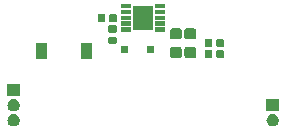
<source format=gbr>
G04 #@! TF.GenerationSoftware,KiCad,Pcbnew,(5.1.4)-1*
G04 #@! TF.CreationDate,2020-07-29T22:37:46-07:00*
G04 #@! TF.ProjectId,Kicad LED Rings_Circular_final_V2,4b696361-6420-44c4-9544-2052696e6773,rev?*
G04 #@! TF.SameCoordinates,Original*
G04 #@! TF.FileFunction,Soldermask,Top*
G04 #@! TF.FilePolarity,Negative*
%FSLAX46Y46*%
G04 Gerber Fmt 4.6, Leading zero omitted, Abs format (unit mm)*
G04 Created by KiCad (PCBNEW (5.1.4)-1) date 2020-07-29 22:37:46*
%MOMM*%
%LPD*%
G04 APERTURE LIST*
%ADD10C,0.100000*%
G04 APERTURE END LIST*
D10*
G36*
X98762676Y-75306102D02*
G01*
X98861715Y-75336145D01*
X98952989Y-75384932D01*
X99032991Y-75450589D01*
X99098648Y-75530591D01*
X99147435Y-75621865D01*
X99177478Y-75720904D01*
X99187622Y-75823900D01*
X99177478Y-75926896D01*
X99147435Y-76025935D01*
X99098648Y-76117209D01*
X99032991Y-76197211D01*
X98952989Y-76262868D01*
X98861715Y-76311655D01*
X98762676Y-76341698D01*
X98685490Y-76349300D01*
X98633870Y-76349300D01*
X98556684Y-76341698D01*
X98457645Y-76311655D01*
X98366371Y-76262868D01*
X98286369Y-76197211D01*
X98220712Y-76117209D01*
X98171925Y-76025935D01*
X98141882Y-75926896D01*
X98131738Y-75823900D01*
X98141882Y-75720904D01*
X98171925Y-75621865D01*
X98220712Y-75530591D01*
X98286369Y-75450589D01*
X98366371Y-75384932D01*
X98457645Y-75336145D01*
X98556684Y-75306102D01*
X98633870Y-75298500D01*
X98685490Y-75298500D01*
X98762676Y-75306102D01*
X98762676Y-75306102D01*
G37*
G36*
X120694576Y-75305622D02*
G01*
X120793615Y-75335665D01*
X120884889Y-75384452D01*
X120964891Y-75450109D01*
X121030548Y-75530111D01*
X121079335Y-75621385D01*
X121109378Y-75720424D01*
X121119522Y-75823420D01*
X121109378Y-75926416D01*
X121079335Y-76025455D01*
X121030548Y-76116729D01*
X120964891Y-76196731D01*
X120884889Y-76262388D01*
X120793615Y-76311175D01*
X120694576Y-76341218D01*
X120617390Y-76348820D01*
X120565770Y-76348820D01*
X120488584Y-76341218D01*
X120389545Y-76311175D01*
X120298271Y-76262388D01*
X120218269Y-76196731D01*
X120152612Y-76116729D01*
X120103825Y-76025455D01*
X120073782Y-75926416D01*
X120063638Y-75823420D01*
X120073782Y-75720424D01*
X120103825Y-75621385D01*
X120152612Y-75530111D01*
X120218269Y-75450109D01*
X120298271Y-75384452D01*
X120389545Y-75335665D01*
X120488584Y-75305622D01*
X120565770Y-75298020D01*
X120617390Y-75298020D01*
X120694576Y-75305622D01*
X120694576Y-75305622D01*
G37*
G36*
X98762676Y-74036102D02*
G01*
X98861715Y-74066145D01*
X98952989Y-74114932D01*
X99032991Y-74180589D01*
X99098648Y-74260591D01*
X99147435Y-74351865D01*
X99177478Y-74450904D01*
X99187622Y-74553900D01*
X99177478Y-74656896D01*
X99147435Y-74755935D01*
X99098648Y-74847209D01*
X99032991Y-74927211D01*
X98952989Y-74992868D01*
X98861715Y-75041655D01*
X98762676Y-75071698D01*
X98685490Y-75079300D01*
X98633870Y-75079300D01*
X98556684Y-75071698D01*
X98457645Y-75041655D01*
X98366371Y-74992868D01*
X98286369Y-74927211D01*
X98220712Y-74847209D01*
X98171925Y-74755935D01*
X98141882Y-74656896D01*
X98131738Y-74553900D01*
X98141882Y-74450904D01*
X98171925Y-74351865D01*
X98220712Y-74260591D01*
X98286369Y-74180589D01*
X98366371Y-74114932D01*
X98457645Y-74066145D01*
X98556684Y-74036102D01*
X98633870Y-74028500D01*
X98685490Y-74028500D01*
X98762676Y-74036102D01*
X98762676Y-74036102D01*
G37*
G36*
X121116980Y-75078820D02*
G01*
X120066180Y-75078820D01*
X120066180Y-74028020D01*
X121116980Y-74028020D01*
X121116980Y-75078820D01*
X121116980Y-75078820D01*
G37*
G36*
X99185080Y-73809300D02*
G01*
X98134280Y-73809300D01*
X98134280Y-72758500D01*
X99185080Y-72758500D01*
X99185080Y-73809300D01*
X99185080Y-73809300D01*
G37*
G36*
X101508900Y-70611760D02*
G01*
X100558100Y-70611760D01*
X100558100Y-69260960D01*
X101508900Y-69260960D01*
X101508900Y-70611760D01*
X101508900Y-70611760D01*
G37*
G36*
X105308900Y-70611760D02*
G01*
X104358100Y-70611760D01*
X104358100Y-69260960D01*
X105308900Y-69260960D01*
X105308900Y-70611760D01*
X105308900Y-70611760D01*
G37*
G36*
X116355750Y-69890971D02*
G01*
X116380988Y-69898627D01*
X116404255Y-69911063D01*
X116424644Y-69927796D01*
X116441377Y-69948185D01*
X116453813Y-69971452D01*
X116461469Y-69996690D01*
X116464300Y-70025431D01*
X116464300Y-70441649D01*
X116461469Y-70470390D01*
X116453813Y-70495628D01*
X116441377Y-70518895D01*
X116424644Y-70539284D01*
X116404255Y-70556017D01*
X116380988Y-70568453D01*
X116355750Y-70576109D01*
X116327009Y-70578940D01*
X115960791Y-70578940D01*
X115932050Y-70576109D01*
X115906812Y-70568453D01*
X115883545Y-70556017D01*
X115863156Y-70539284D01*
X115846423Y-70518895D01*
X115833987Y-70495628D01*
X115826331Y-70470390D01*
X115823500Y-70441649D01*
X115823500Y-70025431D01*
X115826331Y-69996690D01*
X115833987Y-69971452D01*
X115846423Y-69948185D01*
X115863156Y-69927796D01*
X115883545Y-69911063D01*
X115906812Y-69898627D01*
X115932050Y-69890971D01*
X115960791Y-69888140D01*
X116327009Y-69888140D01*
X116355750Y-69890971D01*
X116355750Y-69890971D01*
G37*
G36*
X115385750Y-69890971D02*
G01*
X115410988Y-69898627D01*
X115434255Y-69911063D01*
X115454644Y-69927796D01*
X115471377Y-69948185D01*
X115483813Y-69971452D01*
X115491469Y-69996690D01*
X115494300Y-70025431D01*
X115494300Y-70441649D01*
X115491469Y-70470390D01*
X115483813Y-70495628D01*
X115471377Y-70518895D01*
X115454644Y-70539284D01*
X115434255Y-70556017D01*
X115410988Y-70568453D01*
X115385750Y-70576109D01*
X115357009Y-70578940D01*
X114990791Y-70578940D01*
X114962050Y-70576109D01*
X114936812Y-70568453D01*
X114913545Y-70556017D01*
X114893156Y-70539284D01*
X114876423Y-70518895D01*
X114863987Y-70495628D01*
X114856331Y-70470390D01*
X114853500Y-70441649D01*
X114853500Y-70025431D01*
X114856331Y-69996690D01*
X114863987Y-69971452D01*
X114876423Y-69948185D01*
X114893156Y-69927796D01*
X114913545Y-69911063D01*
X114936812Y-69898627D01*
X114962050Y-69890971D01*
X114990791Y-69888140D01*
X115357009Y-69888140D01*
X115385750Y-69890971D01*
X115385750Y-69890971D01*
G37*
G36*
X112732037Y-69640319D02*
G01*
X112770647Y-69652031D01*
X112806233Y-69671053D01*
X112837416Y-69696644D01*
X112863007Y-69727827D01*
X112882029Y-69763413D01*
X112893741Y-69802023D01*
X112897940Y-69844661D01*
X112897940Y-70353379D01*
X112893741Y-70396017D01*
X112882029Y-70434627D01*
X112863007Y-70470213D01*
X112837416Y-70501396D01*
X112806233Y-70526987D01*
X112770647Y-70546009D01*
X112732037Y-70557721D01*
X112689399Y-70561920D01*
X112105681Y-70561920D01*
X112063043Y-70557721D01*
X112024433Y-70546009D01*
X111988847Y-70526987D01*
X111957664Y-70501396D01*
X111932073Y-70470213D01*
X111913051Y-70434627D01*
X111901339Y-70396017D01*
X111897140Y-70353379D01*
X111897140Y-69844661D01*
X111901339Y-69802023D01*
X111913051Y-69763413D01*
X111932073Y-69727827D01*
X111957664Y-69696644D01*
X111988847Y-69671053D01*
X112024433Y-69652031D01*
X112063043Y-69640319D01*
X112105681Y-69636120D01*
X112689399Y-69636120D01*
X112732037Y-69640319D01*
X112732037Y-69640319D01*
G37*
G36*
X113951237Y-69640219D02*
G01*
X113989847Y-69651931D01*
X114025433Y-69670953D01*
X114056616Y-69696544D01*
X114082207Y-69727727D01*
X114101229Y-69763313D01*
X114112941Y-69801923D01*
X114117140Y-69844561D01*
X114117140Y-70353279D01*
X114112941Y-70395917D01*
X114101229Y-70434527D01*
X114082207Y-70470113D01*
X114056616Y-70501296D01*
X114025433Y-70526887D01*
X113989847Y-70545909D01*
X113951237Y-70557621D01*
X113908599Y-70561820D01*
X113324881Y-70561820D01*
X113282243Y-70557621D01*
X113243633Y-70545909D01*
X113208047Y-70526887D01*
X113176864Y-70501296D01*
X113151273Y-70470113D01*
X113132251Y-70434527D01*
X113120539Y-70395917D01*
X113116340Y-70353279D01*
X113116340Y-69844561D01*
X113120539Y-69801923D01*
X113132251Y-69763313D01*
X113151273Y-69727727D01*
X113176864Y-69696544D01*
X113208047Y-69670953D01*
X113243633Y-69651931D01*
X113282243Y-69640219D01*
X113324881Y-69636020D01*
X113908599Y-69636020D01*
X113951237Y-69640219D01*
X113951237Y-69640219D01*
G37*
G36*
X110509040Y-70133020D02*
G01*
X109958240Y-70133020D01*
X109958240Y-69582220D01*
X110509040Y-69582220D01*
X110509040Y-70133020D01*
X110509040Y-70133020D01*
G37*
G36*
X108309040Y-70133020D02*
G01*
X107758240Y-70133020D01*
X107758240Y-69582220D01*
X108309040Y-69582220D01*
X108309040Y-70133020D01*
X108309040Y-70133020D01*
G37*
G36*
X115385750Y-68946091D02*
G01*
X115410988Y-68953747D01*
X115434255Y-68966183D01*
X115454644Y-68982916D01*
X115471377Y-69003305D01*
X115483813Y-69026572D01*
X115491469Y-69051810D01*
X115494300Y-69080551D01*
X115494300Y-69496769D01*
X115491469Y-69525510D01*
X115483813Y-69550748D01*
X115471377Y-69574015D01*
X115454644Y-69594404D01*
X115434255Y-69611137D01*
X115410988Y-69623573D01*
X115385750Y-69631229D01*
X115357009Y-69634060D01*
X114990791Y-69634060D01*
X114962050Y-69631229D01*
X114936812Y-69623573D01*
X114913545Y-69611137D01*
X114893156Y-69594404D01*
X114876423Y-69574015D01*
X114863987Y-69550748D01*
X114856331Y-69525510D01*
X114853500Y-69496769D01*
X114853500Y-69080551D01*
X114856331Y-69051810D01*
X114863987Y-69026572D01*
X114876423Y-69003305D01*
X114893156Y-68982916D01*
X114913545Y-68966183D01*
X114936812Y-68953747D01*
X114962050Y-68946091D01*
X114990791Y-68943260D01*
X115357009Y-68943260D01*
X115385750Y-68946091D01*
X115385750Y-68946091D01*
G37*
G36*
X116355750Y-68946091D02*
G01*
X116380988Y-68953747D01*
X116404255Y-68966183D01*
X116424644Y-68982916D01*
X116441377Y-69003305D01*
X116453813Y-69026572D01*
X116461469Y-69051810D01*
X116464300Y-69080551D01*
X116464300Y-69496769D01*
X116461469Y-69525510D01*
X116453813Y-69550748D01*
X116441377Y-69574015D01*
X116424644Y-69594404D01*
X116404255Y-69611137D01*
X116380988Y-69623573D01*
X116355750Y-69631229D01*
X116327009Y-69634060D01*
X115960791Y-69634060D01*
X115932050Y-69631229D01*
X115906812Y-69623573D01*
X115883545Y-69611137D01*
X115863156Y-69594404D01*
X115846423Y-69574015D01*
X115833987Y-69550748D01*
X115826331Y-69525510D01*
X115823500Y-69496769D01*
X115823500Y-69080551D01*
X115826331Y-69051810D01*
X115833987Y-69026572D01*
X115846423Y-69003305D01*
X115863156Y-68982916D01*
X115883545Y-68966183D01*
X115906812Y-68953747D01*
X115932050Y-68946091D01*
X115960791Y-68943260D01*
X116327009Y-68943260D01*
X116355750Y-68946091D01*
X116355750Y-68946091D01*
G37*
G36*
X107264830Y-68762671D02*
G01*
X107290068Y-68770327D01*
X107313335Y-68782763D01*
X107333724Y-68799496D01*
X107350457Y-68819885D01*
X107362893Y-68843152D01*
X107370549Y-68868390D01*
X107373380Y-68897131D01*
X107373380Y-69263349D01*
X107370549Y-69292090D01*
X107362893Y-69317328D01*
X107350457Y-69340595D01*
X107333724Y-69360984D01*
X107313335Y-69377717D01*
X107290068Y-69390153D01*
X107264830Y-69397809D01*
X107236089Y-69400640D01*
X106819871Y-69400640D01*
X106791130Y-69397809D01*
X106765892Y-69390153D01*
X106742625Y-69377717D01*
X106722236Y-69360984D01*
X106705503Y-69340595D01*
X106693067Y-69317328D01*
X106685411Y-69292090D01*
X106682580Y-69263349D01*
X106682580Y-68897131D01*
X106685411Y-68868390D01*
X106693067Y-68843152D01*
X106705503Y-68819885D01*
X106722236Y-68799496D01*
X106742625Y-68782763D01*
X106765892Y-68770327D01*
X106791130Y-68762671D01*
X106819871Y-68759840D01*
X107236089Y-68759840D01*
X107264830Y-68762671D01*
X107264830Y-68762671D01*
G37*
G36*
X112732037Y-68065319D02*
G01*
X112770647Y-68077031D01*
X112806233Y-68096053D01*
X112837416Y-68121644D01*
X112863007Y-68152827D01*
X112882029Y-68188413D01*
X112893741Y-68227023D01*
X112897940Y-68269661D01*
X112897940Y-68778379D01*
X112893741Y-68821017D01*
X112882029Y-68859627D01*
X112863007Y-68895213D01*
X112837416Y-68926396D01*
X112806233Y-68951987D01*
X112770647Y-68971009D01*
X112732037Y-68982721D01*
X112689399Y-68986920D01*
X112105681Y-68986920D01*
X112063043Y-68982721D01*
X112024433Y-68971009D01*
X111988847Y-68951987D01*
X111957664Y-68926396D01*
X111932073Y-68895213D01*
X111913051Y-68859627D01*
X111901339Y-68821017D01*
X111897140Y-68778379D01*
X111897140Y-68269661D01*
X111901339Y-68227023D01*
X111913051Y-68188413D01*
X111932073Y-68152827D01*
X111957664Y-68121644D01*
X111988847Y-68096053D01*
X112024433Y-68077031D01*
X112063043Y-68065319D01*
X112105681Y-68061120D01*
X112689399Y-68061120D01*
X112732037Y-68065319D01*
X112732037Y-68065319D01*
G37*
G36*
X113951237Y-68065219D02*
G01*
X113989847Y-68076931D01*
X114025433Y-68095953D01*
X114056616Y-68121544D01*
X114082207Y-68152727D01*
X114101229Y-68188313D01*
X114112941Y-68226923D01*
X114117140Y-68269561D01*
X114117140Y-68778279D01*
X114112941Y-68820917D01*
X114101229Y-68859527D01*
X114082207Y-68895113D01*
X114056616Y-68926296D01*
X114025433Y-68951887D01*
X113989847Y-68970909D01*
X113951237Y-68982621D01*
X113908599Y-68986820D01*
X113324881Y-68986820D01*
X113282243Y-68982621D01*
X113243633Y-68970909D01*
X113208047Y-68951887D01*
X113176864Y-68926296D01*
X113151273Y-68895113D01*
X113132251Y-68859527D01*
X113120539Y-68820917D01*
X113116340Y-68778279D01*
X113116340Y-68269561D01*
X113120539Y-68226923D01*
X113132251Y-68188313D01*
X113151273Y-68152727D01*
X113176864Y-68121544D01*
X113208047Y-68095953D01*
X113243633Y-68076931D01*
X113282243Y-68065219D01*
X113324881Y-68061020D01*
X113908599Y-68061020D01*
X113951237Y-68065219D01*
X113951237Y-68065219D01*
G37*
G36*
X107264830Y-67792671D02*
G01*
X107290068Y-67800327D01*
X107313335Y-67812763D01*
X107333724Y-67829496D01*
X107350457Y-67849885D01*
X107362893Y-67873152D01*
X107370549Y-67898390D01*
X107373380Y-67927131D01*
X107373380Y-68293349D01*
X107370549Y-68322090D01*
X107362893Y-68347328D01*
X107350457Y-68370595D01*
X107333724Y-68390984D01*
X107313335Y-68407717D01*
X107290068Y-68420153D01*
X107264830Y-68427809D01*
X107236089Y-68430640D01*
X106819871Y-68430640D01*
X106791130Y-68427809D01*
X106765892Y-68420153D01*
X106742625Y-68407717D01*
X106722236Y-68390984D01*
X106705503Y-68370595D01*
X106693067Y-68347328D01*
X106685411Y-68322090D01*
X106682580Y-68293349D01*
X106682580Y-67927131D01*
X106685411Y-67898390D01*
X106693067Y-67873152D01*
X106705503Y-67849885D01*
X106722236Y-67829496D01*
X106742625Y-67812763D01*
X106765892Y-67800327D01*
X106791130Y-67792671D01*
X106819871Y-67789840D01*
X107236089Y-67789840D01*
X107264830Y-67792671D01*
X107264830Y-67792671D01*
G37*
G36*
X108610400Y-68330321D02*
G01*
X107746800Y-68330321D01*
X107746800Y-67974721D01*
X108610400Y-67974721D01*
X108610400Y-68330321D01*
X108610400Y-68330321D01*
G37*
G36*
X111506000Y-68330321D02*
G01*
X110642400Y-68330321D01*
X110642400Y-67974721D01*
X111506000Y-67974721D01*
X111506000Y-68330321D01*
X111506000Y-68330321D01*
G37*
G36*
X110451900Y-68181220D02*
G01*
X108800900Y-68181220D01*
X108800900Y-66123820D01*
X110451900Y-66123820D01*
X110451900Y-68181220D01*
X110451900Y-68181220D01*
G37*
G36*
X111506000Y-67830319D02*
G01*
X110642400Y-67830319D01*
X110642400Y-67474719D01*
X111506000Y-67474719D01*
X111506000Y-67830319D01*
X111506000Y-67830319D01*
G37*
G36*
X108610400Y-67830319D02*
G01*
X107746800Y-67830319D01*
X107746800Y-67474719D01*
X108610400Y-67474719D01*
X108610400Y-67830319D01*
X108610400Y-67830319D01*
G37*
G36*
X107275250Y-66858211D02*
G01*
X107300488Y-66865867D01*
X107323755Y-66878303D01*
X107344144Y-66895036D01*
X107360877Y-66915425D01*
X107373313Y-66938692D01*
X107380969Y-66963930D01*
X107383800Y-66992671D01*
X107383800Y-67408889D01*
X107380969Y-67437630D01*
X107373313Y-67462868D01*
X107360877Y-67486135D01*
X107344144Y-67506524D01*
X107323755Y-67523257D01*
X107300488Y-67535693D01*
X107275250Y-67543349D01*
X107246509Y-67546180D01*
X106880291Y-67546180D01*
X106851550Y-67543349D01*
X106826312Y-67535693D01*
X106803045Y-67523257D01*
X106782656Y-67506524D01*
X106765923Y-67486135D01*
X106753487Y-67462868D01*
X106745831Y-67437630D01*
X106743000Y-67408889D01*
X106743000Y-66992671D01*
X106745831Y-66963930D01*
X106753487Y-66938692D01*
X106765923Y-66915425D01*
X106782656Y-66895036D01*
X106803045Y-66878303D01*
X106826312Y-66865867D01*
X106851550Y-66858211D01*
X106880291Y-66855380D01*
X107246509Y-66855380D01*
X107275250Y-66858211D01*
X107275250Y-66858211D01*
G37*
G36*
X106305250Y-66858211D02*
G01*
X106330488Y-66865867D01*
X106353755Y-66878303D01*
X106374144Y-66895036D01*
X106390877Y-66915425D01*
X106403313Y-66938692D01*
X106410969Y-66963930D01*
X106413800Y-66992671D01*
X106413800Y-67408889D01*
X106410969Y-67437630D01*
X106403313Y-67462868D01*
X106390877Y-67486135D01*
X106374144Y-67506524D01*
X106353755Y-67523257D01*
X106330488Y-67535693D01*
X106305250Y-67543349D01*
X106276509Y-67546180D01*
X105910291Y-67546180D01*
X105881550Y-67543349D01*
X105856312Y-67535693D01*
X105833045Y-67523257D01*
X105812656Y-67506524D01*
X105795923Y-67486135D01*
X105783487Y-67462868D01*
X105775831Y-67437630D01*
X105773000Y-67408889D01*
X105773000Y-66992671D01*
X105775831Y-66963930D01*
X105783487Y-66938692D01*
X105795923Y-66915425D01*
X105812656Y-66895036D01*
X105833045Y-66878303D01*
X105856312Y-66865867D01*
X105881550Y-66858211D01*
X105910291Y-66855380D01*
X106276509Y-66855380D01*
X106305250Y-66858211D01*
X106305250Y-66858211D01*
G37*
G36*
X111506000Y-67330320D02*
G01*
X110642400Y-67330320D01*
X110642400Y-66974720D01*
X111506000Y-66974720D01*
X111506000Y-67330320D01*
X111506000Y-67330320D01*
G37*
G36*
X108610400Y-67330320D02*
G01*
X107746800Y-67330320D01*
X107746800Y-66974720D01*
X108610400Y-66974720D01*
X108610400Y-67330320D01*
X108610400Y-67330320D01*
G37*
G36*
X108610400Y-66830321D02*
G01*
X107746800Y-66830321D01*
X107746800Y-66474721D01*
X108610400Y-66474721D01*
X108610400Y-66830321D01*
X108610400Y-66830321D01*
G37*
G36*
X111506000Y-66830321D02*
G01*
X110642400Y-66830321D01*
X110642400Y-66474721D01*
X111506000Y-66474721D01*
X111506000Y-66830321D01*
X111506000Y-66830321D01*
G37*
G36*
X108610400Y-66330319D02*
G01*
X107746800Y-66330319D01*
X107746800Y-65974719D01*
X108610400Y-65974719D01*
X108610400Y-66330319D01*
X108610400Y-66330319D01*
G37*
G36*
X111506000Y-66330319D02*
G01*
X110642400Y-66330319D01*
X110642400Y-65974719D01*
X111506000Y-65974719D01*
X111506000Y-66330319D01*
X111506000Y-66330319D01*
G37*
M02*

</source>
